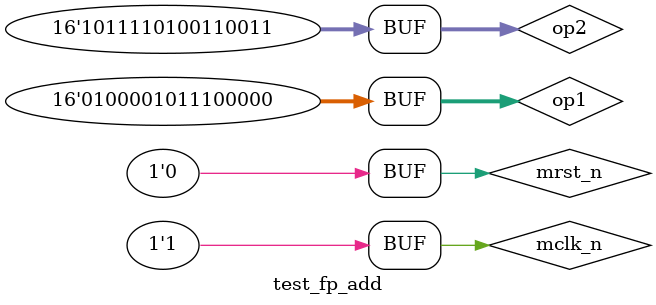
<source format=v>

`timescale 10ns/1ns

module fp_add_pipe(clk, rst, op_a_i, op_b_i, res_o, dbg1,dbg2);
   input clk;
   input rst;

   input  [15:0] op_a_i;
   input  [15:0] op_b_i;
   output reg [15:0] res_o;
   output reg [15:0] dbg1,dbg2;

   
   parameter mant_width = 8,
             exp_width = 7;
   parameter sign_bit_pos = 15;

   //reg [1:0] 	 mstate;

   reg [17:0] 	 imul, imul1, imul2;
   reg [(mant_width+1):0] 	 iadd,iadd2;

   reg [7:0] 			 delta_exp0, delta_exp1, common_exp, common_exp_norm;
   reg [8:0] 			 mant1, mant0, shiftedmant0, shiftedmant1;
   reg [9:0] 			 sum;
   reg [0:0] 			 absagtabsb_2,absagtabsb_1,absagtabsb, subnumbers, subnumbers_1;
   reg [0:3] 			 resshft;

   reg [15:0] 			 op_a_i_1,op_a_i_2,op_a_i_3;
   reg [15:0] 			 op_b_i_1,op_b_i_2,op_b_i_3;

   //initial
     //mstate <= INIT;

   always
     @(posedge clk) begin: process

	       //inp op_a, op_b

	       //out delta_exp0
	       //    delta_exp1
	       //    absagtabsb
	       //    subnumbers
	       //    mant0
	       //    mant1
	       //    op_a_i_1
	       //    op_b_i_1
	       delta_exp0 <= op_a_i[14:8] - op_b_i[14:8];
	       delta_exp1 <= op_b_i[14:8] - op_a_i[14:8];

	       op_a_i_1[15:0] <= op_a_i[15:0];
	       op_b_i_1[15:0] <= op_b_i[15:0];
	       
	       if(op_a_i[14:0] > op_b_i[14:0])
		 absagtabsb <= 1;
	       else
		 absagtabsb <= 0;

	       subnumbers <= op_a_i[15] ^ op_b_i[15];

	       mant0 <= {9'b000000001,op_a_i[(mant_width-1):0]};
	       mant1 <= {9'b000000001,op_b_i[(mant_width-1):0]};
	       
	       // inp absagtabsb
	       //     delta_exp0
	       //     delta_exp1
	       //     mant0
	       //     mant1
	       //     op_a_i_1
	       //     op_b_i_1
	       //     subnumbers

	       // out shiftedmant0
	       //     shiftedmant1
	       //     common_exp
	       //     subnumbers_1
	       //     absagtabsb_1
	       //     op_a_i_2
	       //     op_b_i_2
	       subnumbers_1 <= subnumbers;
	       absagtabsb_1 <= absagtabsb;
	       op_a_i_2 <= op_a_i_1;
	       op_b_i_2 <= op_b_i_1;
	       
	       if(absagtabsb)
		 begin
		    if(delta_exp0 > 8)
		      begin
			 shiftedmant0 <= mant0;
			 shiftedmant1 <= 0;
		      end
		    else
		      begin
			 shiftedmant0 <= mant0;
			 shiftedmant1 <= mant1 >> delta_exp0;			 
		      end
		    common_exp <= op_a_i_1[14:8];
		 end
	       else
		 begin
		    if(delta_exp1 > 8)
		      begin
			 shiftedmant1 <= 0;
			 shiftedmant0 <= mant1;
		      end
		    else
		      begin
			 shiftedmant1 <= mant0 >> delta_exp1;
			 shiftedmant0 <= mant1;
		      end
		    common_exp <= op_b_i_1[14:8];
		 end
	       
	       // inp shiftedmant0
	       //     shiftedmant1
	       //     common_exp
	       //     subnumbers_1
	       //     op_a_i_2
	       //     op_b_i_2
	       //     absagtabsb_1
	       // out sum
	       //     common_exp_norm
	       //     op_a_i_3
	       //     op_b_i_3
	       //     absagtabsb_2
	       // now always: shiftedmant0 >= shiftedmant1
	       op_a_i_3 <= op_a_i_2;
	       op_b_i_3 <= op_b_i_2;
	       absagtabsb_2 <= absagtabsb_1;

	       if(subnumbers_1)
		 sum <= shiftedmant0 - shiftedmant1;
	       else
		 sum <= shiftedmant0 + shiftedmant1;
	       
	       common_exp_norm <= common_exp;
	       
	       // inp common_exp_norm
	       //     absagtabsb_2
	       //     sum
	       //     op_a_i_3
	       //     op_b_i_3
	       // out res_o

	       if(absagtabsb_2)
		 res_o[sign_bit_pos] <= op_a_i_3[sign_bit_pos];
	       else
		 res_o[sign_bit_pos] <= op_b_i_3[sign_bit_pos];

	       // only needed if we did a subtraction
	       //res_o[(sign_bit_pos-1):mant_width] = common_exp_norm - resshft;
	       //res_o[(mant_width-1):0] = sum;//(sum << resshft);
	       casez(sum[9:0])
		 10'b01????????:
		   begin
		      res_o[(sign_bit_pos-1):mant_width] = common_exp_norm;
		      res_o[(mant_width-1):0] = sum[(mant_width-1):0];
		   end
		 10'b001???????:
		   begin
		      res_o[(sign_bit_pos-1):mant_width] = common_exp_norm-1;
		      res_o[(mant_width-1):0] = sum[(mant_width-1):0] << 1;
		   end
		 10'b0001??????:
		   begin
		      res_o[(sign_bit_pos-1):mant_width] = common_exp_norm-2;
		      res_o[(mant_width-1):0] = sum[(mant_width-1):0] << 2;
		   end
		 10'b00001?????:
		   begin
		      res_o[(sign_bit_pos-1):mant_width] = common_exp_norm-3;
		      res_o[(mant_width-1):0] = sum[(mant_width-1):0] << 3;
		   end
		 10'b000001????:
		   begin
		      res_o[(sign_bit_pos-1):mant_width] = common_exp_norm-4;
		      res_o[(mant_width-1):0] = sum[(mant_width-1):0] << 4;
		   end
		 10'b0000001???:
		   begin
		      res_o[(sign_bit_pos-1):mant_width] = common_exp_norm-5;
		      res_o[(mant_width-1):0] = sum[(mant_width-1):0] << 5;
		   end
		 10'b00000001??:
		   begin
		      res_o[(sign_bit_pos-1):mant_width] = common_exp_norm-6;
		      res_o[(mant_width-1):0] = sum[(mant_width-1):0] << 6;
		   end
		 10'b000000001?:
		   begin
		      res_o[(sign_bit_pos-1):mant_width] = common_exp_norm-7;
		      res_o[(mant_width-1):0] = sum[(mant_width-1):0] << 7;
		   end
		 default:
		   begin
		      res_o[(sign_bit_pos):mant_width] = 0;
		      res_o[(mant_width-1):0] = 0;
		   end
	       endcase

	
     end // process
   
endmodule // fp_add

module fp_add(clk, rst, op_a_i, op_b_i, res_o, dbg1,dbg2);
   input clk;
   input rst;

   input  [15:0] op_a_i;
   input  [15:0] op_b_i;
   output reg [15:0] res_o;
   output reg [15:0] dbg1,dbg2;

   
   parameter mant_width = 8,
             exp_width = 7;
   parameter sign_bit_pos = 15;

   parameter INIT = 0,NORM = 1,OVRFLWHNDL = 2,NORMRES = 3, RESRDY = 4;

   reg [1:0] 	 mstate;

   reg [17:0] 	 imul, imul1, imul2;
   reg [(mant_width+1):0] 	 iadd,iadd2;

   reg [7:0] 			 delta_exp0, delta_exp1, common_exp, common_exp_norm;
   reg [8:0] 			 mant1, mant0, shiftedmant0, shiftedmant1;
   reg [9:0] 			 sum;
   reg [0:0] 			 absagtabsb_2,absagtabsb_1,absagtabsb, subnumbers, subnumbers_1;
   reg [0:3] 			 resshft;

   reg [15:0] 			 op_a_i_1,op_a_i_2,op_a_i_3;
   reg [15:0] 			 op_b_i_1,op_b_i_2,op_b_i_3;

   initial
     mstate <= INIT;

   always
     @(posedge clk) begin: process
	if(rst)
	   mstate <= INIT;

	case (mstate)
	  INIT:
	    begin
	       //inp op_a, op_b

	       //out delta_exp0
	       //    delta_exp1
	       //    absagtabsb
	       //    subnumbers
	       //    mant0
	       //    mant1
	       //    op_a_i_1
	       //    op_b_i_1
	       delta_exp0 <= op_a_i[14:8] - op_b_i[14:8];
	       delta_exp1 <= op_b_i[14:8] - op_a_i[14:8];

	       op_a_i_1[15:0] = op_a_i[15:0];
	       op_b_i_1[15:0] = op_b_i[15:0];
	       
	       if(op_a_i[14:0] > op_b_i[14:0])
		 absagtabsb <= 1;
	       else
		 absagtabsb <= 0;

	       subnumbers <= op_a_i[15] ^ op_b_i[15];

	       mant0 <= {9'b000000001,op_a_i[(mant_width-1):0]};
	       mant1 <= {9'b000000001,op_b_i[(mant_width-1):0]};
	       
	       mstate = NORM;
	    end

	  NORM:
	    begin
	       // inp absagtabsb
	       //     delta_exp0
	       //     delta_exp1
	       //     mant0
	       //     mant1
	       //     op_a_i_1
	       //     op_b_i_1
	       //     subnumbers

	       // out shiftedmant0
	       //     shiftedmant1
	       //     common_exp
	       //     subnumbers_1
	       //     absagtabsb_1
	       //     op_a_i_2
	       //     op_b_i_2
	       subnumbers_1 <= subnumbers;
	       absagtabsb_1 <= absagtabsb;
	       op_a_i_2 <= op_a_i_1;
	       op_b_i_2 <= op_b_i_1;
	       
	       if(absagtabsb)
		 begin
		    if(delta_exp0 > 8)
		      begin
			 shiftedmant0 <= mant0;
			 shiftedmant1 <= 0;
		      end
		    else
		      begin
			 shiftedmant0 <= mant0;
			 shiftedmant1 <= mant1 >> delta_exp0;			 
		      end
		    common_exp <= op_a_i_1[14:8];
		 end
	       else
		 begin
		    if(delta_exp1 > 8)
		      begin
			 shiftedmant1 <= 0;
			 shiftedmant0 <= mant1;
		      end
		    else
		      begin
			 shiftedmant1 <= mant0 >> delta_exp1;
			 shiftedmant0 <= mant1;
		      end
		    common_exp <= op_b_i_1[14:8];
		 end
	       
	       mstate = OVRFLWHNDL;
	       // normalize mantissa and correct exp.
	    end

	  OVRFLWHNDL:
	    begin
	       // inp shiftedmant0
	       //     shiftedmant1
	       //     common_exp
	       //     subnumbers_1
	       //     op_a_i_2
	       //     op_b_i_2
	       //     absagtabsb_1
	       // out sum
	       //     common_exp_norm
	       //     op_a_i_3
	       //     op_b_i_3
	       //     absagtabsb_2
	       // now always: shiftedmant0 >= shiftedmant1
	       op_a_i_3 <= op_a_i_2;
	       op_b_i_3 <= op_b_i_2;
	       absagtabsb_2 <= absagtabsb_1;

	       if(subnumbers_1)
		 sum <= shiftedmant0 - shiftedmant1;
	       else
		 sum <= shiftedmant0 + shiftedmant1;
	       
	       common_exp_norm <= common_exp;
	       
	       mstate = NORMRES;
	    end
	  NORMRES:
	    begin
	       // inp common_exp_norm
	       //     absagtabsb_2
	       //     sum
	       //     op_a_i_3
	       //     op_b_i_3
	       // out res_o

	       if(absagtabsb_2)
		 res_o[sign_bit_pos] <= op_a_i_3[sign_bit_pos];
	       else
		 res_o[sign_bit_pos] <= op_b_i_3[sign_bit_pos];

	       // only needed if we did a subtraction
	       //res_o[(sign_bit_pos-1):mant_width] <= common_exp_norm - resshft;
	       //res_o[(mant_width-1):0] <= sum;//(sum << resshft);
	       casez(sum[9:0])
		 10'b01????????:
		   begin
		      res_o[(sign_bit_pos-1):mant_width] <= common_exp_norm;
		      res_o[(mant_width-1):0] <= sum[(mant_width-1):0];
		   end
		 10'b001???????:
		   begin
		      res_o[(sign_bit_pos-1):mant_width] <= common_exp_norm-1;
		      res_o[(mant_width-1):0] <= sum[(mant_width-1):0] << 1;
		   end
		 10'b0001??????:
		   begin
		      res_o[(sign_bit_pos-1):mant_width] <= common_exp_norm-2;
		      res_o[(mant_width-1):0] <= sum[(mant_width-1):0] << 2;
		   end
		 10'b00001?????:
		   begin
		      res_o[(sign_bit_pos-1):mant_width] <= common_exp_norm-3;
		      res_o[(mant_width-1):0] <= sum[(mant_width-1):0] << 3;
		   end
		 10'b000001????:
		   begin
		      res_o[(sign_bit_pos-1):mant_width] <= common_exp_norm-4;
		      res_o[(mant_width-1):0] <= sum[(mant_width-1):0] << 4;
		   end
		 10'b0000001???:
		   begin
		      res_o[(sign_bit_pos-1):mant_width] <= common_exp_norm-5;
		      res_o[(mant_width-1):0] <= sum[(mant_width-1):0] << 5;
		   end
		 10'b00000001??:
		   begin
		      res_o[(sign_bit_pos-1):mant_width] <= common_exp_norm-6;
		      res_o[(mant_width-1):0] <= sum[(mant_width-1):0] << 6;
		   end
		 10'b000000001?:
		   begin
		      res_o[(sign_bit_pos-1):mant_width] <= common_exp_norm-7;
		      res_o[(mant_width-1):0] <= sum[(mant_width-1):0] << 7;
		   end
		 default:
		   begin
		      res_o[(sign_bit_pos):mant_width] <= 0;
		      res_o[(mant_width-1):0] <= 0;
		   end
	       endcase

	       mstate = RESRDY;
	    end
	  
	  RESRDY:
	    begin
	    end	  
  
	endcase // case (mstate)
	
     end // process
   
endmodule // fp_add



module test_fp_add;

   reg [15:0] op1;
   reg [15:0] op2;
   reg mrst_n,mclk_n;
   wire [15:0] res;
   wire [15:0] mmo,amo;
   

   fp_add_pipe mymulblk(.clk(mclk_n),.rst(mrst_n),.op_a_i(op1),.op_b_i(op2),.res_o(res),.dbg1(mmo),.dbg2(amo));
   
   initial
     begin
	mrst_n = 0;
	mclk_n = 0;

//TstFlt: -15.000000 + -0.300000 = -15.281250   (c2e0 + bd33 = c2e9)
op1 = 16'hc2e0;
op2 = 16'hbd33;
#5 mclk_n = 1;
//TstFlt: 15.000000 + 0.300000 = 15.281250   (42e0 + 3d33 = 42e9)
#5 mclk_n = 0;
op1 = 16'h42e0;
op2 = 16'h3d33;
#5 mclk_n = 1;
//TstFlt: -15.000000 + 0.300000 = -14.718750   (c2e0 + 3d33 = c2d7)
#5 mclk_n = 0;
op1 = 16'hc2e0;
op2 = 16'h3d33;
#5 mclk_n = 1;
//TstFlt: 15.000000 + -0.300000 = 14.718750   (42e0 + bd33 = 42d7)
#5 mclk_n = 0;
op1 = 16'h42e0;
op2 = 16'hbd33;
#5 mclk_n = 1;
#5 mclk_n = 0;
#5 mclk_n = 1;


#5 mclk_n = 0;
#5 mclk_n = 1;
#5 mclk_n = 0;
#5 mclk_n = 1;


     end

   initial
     begin
	$monitor("Signals at time %t:",$time,"clk = %b,rst = %b,mul %h mmo %b amo %b",mclk_n,mrst_n,res,mmo,amo);
     end
   
	endmodule // test_fp_add

	
</source>
